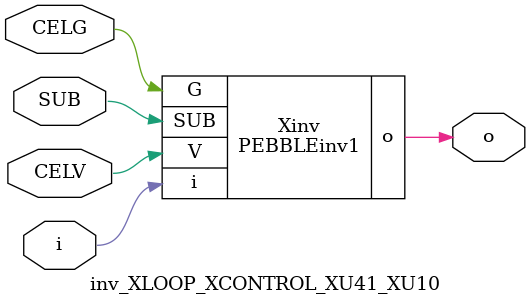
<source format=v>



module PEBBLEinv1 ( o, G, SUB, V, i );

  input V;
  input i;
  input G;
  output o;
  input SUB;
endmodule

//Celera Confidential Do Not Copy inv_XLOOP_XCONTROL_XU41_XU10
//Celera Confidential Symbol Generator
//5V Inverter
module inv_XLOOP_XCONTROL_XU41_XU10 (CELV,CELG,i,o,SUB);
input CELV;
input CELG;
input i;
input SUB;
output o;

//Celera Confidential Do Not Copy inv
PEBBLEinv1 Xinv(
.V (CELV),
.i (i),
.o (o),
.SUB (SUB),
.G (CELG)
);
//,diesize,PEBBLEinv1

//Celera Confidential Do Not Copy Module End
//Celera Schematic Generator
endmodule

</source>
